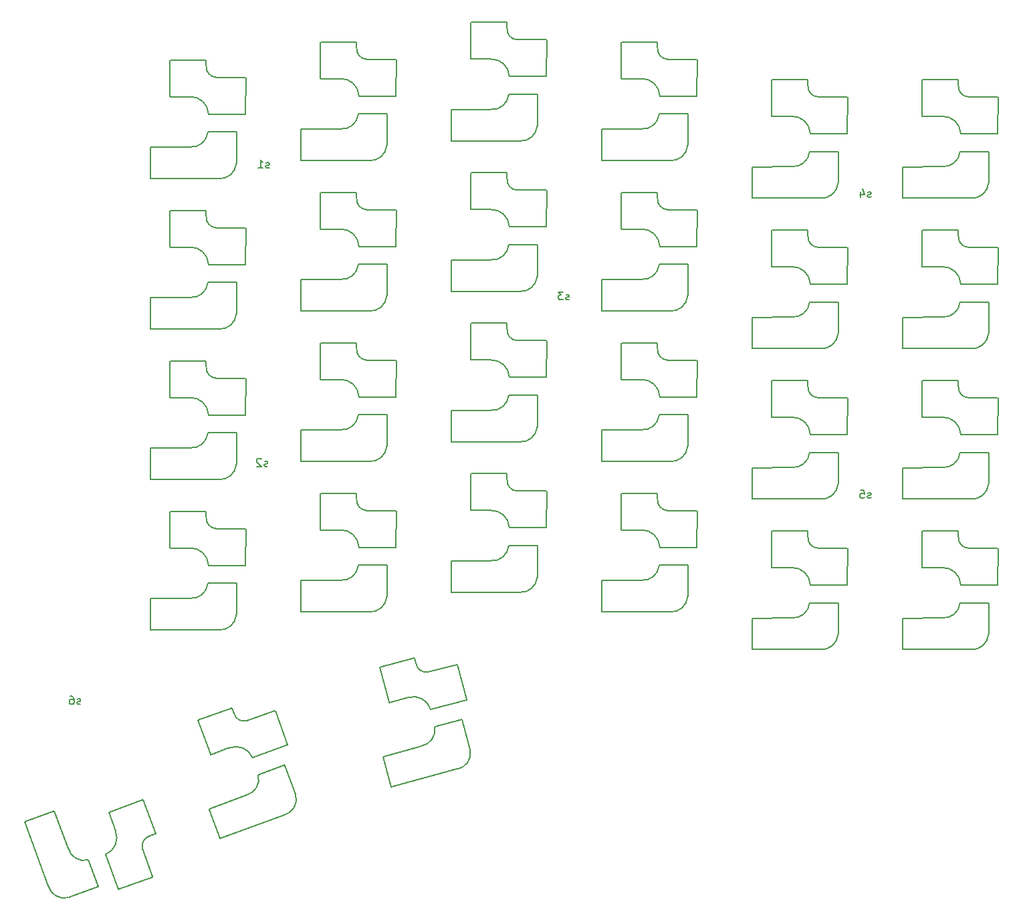
<source format=gbr>
%TF.GenerationSoftware,KiCad,Pcbnew,7.0.10*%
%TF.CreationDate,2024-03-21T20:23:52+01:00*%
%TF.ProjectId,duosync_right,64756f73-796e-4635-9f72-696768742e6b,rev?*%
%TF.SameCoordinates,Original*%
%TF.FileFunction,Legend,Bot*%
%TF.FilePolarity,Positive*%
%FSLAX46Y46*%
G04 Gerber Fmt 4.6, Leading zero omitted, Abs format (unit mm)*
G04 Created by KiCad (PCBNEW 7.0.10) date 2024-03-21 20:23:52*
%MOMM*%
%LPD*%
G01*
G04 APERTURE LIST*
%ADD10C,0.150000*%
G04 APERTURE END LIST*
D10*
X199966575Y-89807200D02*
X199871337Y-89854819D01*
X199871337Y-89854819D02*
X199680861Y-89854819D01*
X199680861Y-89854819D02*
X199585623Y-89807200D01*
X199585623Y-89807200D02*
X199538004Y-89711961D01*
X199538004Y-89711961D02*
X199538004Y-89664342D01*
X199538004Y-89664342D02*
X199585623Y-89569104D01*
X199585623Y-89569104D02*
X199680861Y-89521485D01*
X199680861Y-89521485D02*
X199823718Y-89521485D01*
X199823718Y-89521485D02*
X199918956Y-89473866D01*
X199918956Y-89473866D02*
X199966575Y-89378628D01*
X199966575Y-89378628D02*
X199966575Y-89331009D01*
X199966575Y-89331009D02*
X199918956Y-89235771D01*
X199918956Y-89235771D02*
X199823718Y-89188152D01*
X199823718Y-89188152D02*
X199680861Y-89188152D01*
X199680861Y-89188152D02*
X199585623Y-89235771D01*
X198633242Y-88854819D02*
X199109432Y-88854819D01*
X199109432Y-88854819D02*
X199157051Y-89331009D01*
X199157051Y-89331009D02*
X199109432Y-89283390D01*
X199109432Y-89283390D02*
X199014194Y-89235771D01*
X199014194Y-89235771D02*
X198776099Y-89235771D01*
X198776099Y-89235771D02*
X198680861Y-89283390D01*
X198680861Y-89283390D02*
X198633242Y-89331009D01*
X198633242Y-89331009D02*
X198585623Y-89426247D01*
X198585623Y-89426247D02*
X198585623Y-89664342D01*
X198585623Y-89664342D02*
X198633242Y-89759580D01*
X198633242Y-89759580D02*
X198680861Y-89807200D01*
X198680861Y-89807200D02*
X198776099Y-89854819D01*
X198776099Y-89854819D02*
X199014194Y-89854819D01*
X199014194Y-89854819D02*
X199109432Y-89807200D01*
X199109432Y-89807200D02*
X199157051Y-89759580D01*
X123766575Y-48007200D02*
X123671337Y-48054819D01*
X123671337Y-48054819D02*
X123480861Y-48054819D01*
X123480861Y-48054819D02*
X123385623Y-48007200D01*
X123385623Y-48007200D02*
X123338004Y-47911961D01*
X123338004Y-47911961D02*
X123338004Y-47864342D01*
X123338004Y-47864342D02*
X123385623Y-47769104D01*
X123385623Y-47769104D02*
X123480861Y-47721485D01*
X123480861Y-47721485D02*
X123623718Y-47721485D01*
X123623718Y-47721485D02*
X123718956Y-47673866D01*
X123718956Y-47673866D02*
X123766575Y-47578628D01*
X123766575Y-47578628D02*
X123766575Y-47531009D01*
X123766575Y-47531009D02*
X123718956Y-47435771D01*
X123718956Y-47435771D02*
X123623718Y-47388152D01*
X123623718Y-47388152D02*
X123480861Y-47388152D01*
X123480861Y-47388152D02*
X123385623Y-47435771D01*
X122385623Y-48054819D02*
X122957051Y-48054819D01*
X122671337Y-48054819D02*
X122671337Y-47054819D01*
X122671337Y-47054819D02*
X122766575Y-47197676D01*
X122766575Y-47197676D02*
X122861813Y-47292914D01*
X122861813Y-47292914D02*
X122957051Y-47340533D01*
X199966575Y-51707200D02*
X199871337Y-51754819D01*
X199871337Y-51754819D02*
X199680861Y-51754819D01*
X199680861Y-51754819D02*
X199585623Y-51707200D01*
X199585623Y-51707200D02*
X199538004Y-51611961D01*
X199538004Y-51611961D02*
X199538004Y-51564342D01*
X199538004Y-51564342D02*
X199585623Y-51469104D01*
X199585623Y-51469104D02*
X199680861Y-51421485D01*
X199680861Y-51421485D02*
X199823718Y-51421485D01*
X199823718Y-51421485D02*
X199918956Y-51373866D01*
X199918956Y-51373866D02*
X199966575Y-51278628D01*
X199966575Y-51278628D02*
X199966575Y-51231009D01*
X199966575Y-51231009D02*
X199918956Y-51135771D01*
X199918956Y-51135771D02*
X199823718Y-51088152D01*
X199823718Y-51088152D02*
X199680861Y-51088152D01*
X199680861Y-51088152D02*
X199585623Y-51135771D01*
X198680861Y-51088152D02*
X198680861Y-51754819D01*
X198918956Y-50707200D02*
X199157051Y-51421485D01*
X199157051Y-51421485D02*
X198538004Y-51421485D01*
X99866575Y-115907200D02*
X99771337Y-115954819D01*
X99771337Y-115954819D02*
X99580861Y-115954819D01*
X99580861Y-115954819D02*
X99485623Y-115907200D01*
X99485623Y-115907200D02*
X99438004Y-115811961D01*
X99438004Y-115811961D02*
X99438004Y-115764342D01*
X99438004Y-115764342D02*
X99485623Y-115669104D01*
X99485623Y-115669104D02*
X99580861Y-115621485D01*
X99580861Y-115621485D02*
X99723718Y-115621485D01*
X99723718Y-115621485D02*
X99818956Y-115573866D01*
X99818956Y-115573866D02*
X99866575Y-115478628D01*
X99866575Y-115478628D02*
X99866575Y-115431009D01*
X99866575Y-115431009D02*
X99818956Y-115335771D01*
X99818956Y-115335771D02*
X99723718Y-115288152D01*
X99723718Y-115288152D02*
X99580861Y-115288152D01*
X99580861Y-115288152D02*
X99485623Y-115335771D01*
X98580861Y-114954819D02*
X98771337Y-114954819D01*
X98771337Y-114954819D02*
X98866575Y-115002438D01*
X98866575Y-115002438D02*
X98914194Y-115050057D01*
X98914194Y-115050057D02*
X99009432Y-115192914D01*
X99009432Y-115192914D02*
X99057051Y-115383390D01*
X99057051Y-115383390D02*
X99057051Y-115764342D01*
X99057051Y-115764342D02*
X99009432Y-115859580D01*
X99009432Y-115859580D02*
X98961813Y-115907200D01*
X98961813Y-115907200D02*
X98866575Y-115954819D01*
X98866575Y-115954819D02*
X98676099Y-115954819D01*
X98676099Y-115954819D02*
X98580861Y-115907200D01*
X98580861Y-115907200D02*
X98533242Y-115859580D01*
X98533242Y-115859580D02*
X98485623Y-115764342D01*
X98485623Y-115764342D02*
X98485623Y-115526247D01*
X98485623Y-115526247D02*
X98533242Y-115431009D01*
X98533242Y-115431009D02*
X98580861Y-115383390D01*
X98580861Y-115383390D02*
X98676099Y-115335771D01*
X98676099Y-115335771D02*
X98866575Y-115335771D01*
X98866575Y-115335771D02*
X98961813Y-115383390D01*
X98961813Y-115383390D02*
X99009432Y-115431009D01*
X99009432Y-115431009D02*
X99057051Y-115526247D01*
X161766575Y-64707200D02*
X161671337Y-64754819D01*
X161671337Y-64754819D02*
X161480861Y-64754819D01*
X161480861Y-64754819D02*
X161385623Y-64707200D01*
X161385623Y-64707200D02*
X161338004Y-64611961D01*
X161338004Y-64611961D02*
X161338004Y-64564342D01*
X161338004Y-64564342D02*
X161385623Y-64469104D01*
X161385623Y-64469104D02*
X161480861Y-64421485D01*
X161480861Y-64421485D02*
X161623718Y-64421485D01*
X161623718Y-64421485D02*
X161718956Y-64373866D01*
X161718956Y-64373866D02*
X161766575Y-64278628D01*
X161766575Y-64278628D02*
X161766575Y-64231009D01*
X161766575Y-64231009D02*
X161718956Y-64135771D01*
X161718956Y-64135771D02*
X161623718Y-64088152D01*
X161623718Y-64088152D02*
X161480861Y-64088152D01*
X161480861Y-64088152D02*
X161385623Y-64135771D01*
X161004670Y-63754819D02*
X160385623Y-63754819D01*
X160385623Y-63754819D02*
X160718956Y-64135771D01*
X160718956Y-64135771D02*
X160576099Y-64135771D01*
X160576099Y-64135771D02*
X160480861Y-64183390D01*
X160480861Y-64183390D02*
X160433242Y-64231009D01*
X160433242Y-64231009D02*
X160385623Y-64326247D01*
X160385623Y-64326247D02*
X160385623Y-64564342D01*
X160385623Y-64564342D02*
X160433242Y-64659580D01*
X160433242Y-64659580D02*
X160480861Y-64707200D01*
X160480861Y-64707200D02*
X160576099Y-64754819D01*
X160576099Y-64754819D02*
X160861813Y-64754819D01*
X160861813Y-64754819D02*
X160957051Y-64707200D01*
X160957051Y-64707200D02*
X161004670Y-64659580D01*
X123566575Y-85807200D02*
X123471337Y-85854819D01*
X123471337Y-85854819D02*
X123280861Y-85854819D01*
X123280861Y-85854819D02*
X123185623Y-85807200D01*
X123185623Y-85807200D02*
X123138004Y-85711961D01*
X123138004Y-85711961D02*
X123138004Y-85664342D01*
X123138004Y-85664342D02*
X123185623Y-85569104D01*
X123185623Y-85569104D02*
X123280861Y-85521485D01*
X123280861Y-85521485D02*
X123423718Y-85521485D01*
X123423718Y-85521485D02*
X123518956Y-85473866D01*
X123518956Y-85473866D02*
X123566575Y-85378628D01*
X123566575Y-85378628D02*
X123566575Y-85331009D01*
X123566575Y-85331009D02*
X123518956Y-85235771D01*
X123518956Y-85235771D02*
X123423718Y-85188152D01*
X123423718Y-85188152D02*
X123280861Y-85188152D01*
X123280861Y-85188152D02*
X123185623Y-85235771D01*
X122757051Y-84950057D02*
X122709432Y-84902438D01*
X122709432Y-84902438D02*
X122614194Y-84854819D01*
X122614194Y-84854819D02*
X122376099Y-84854819D01*
X122376099Y-84854819D02*
X122280861Y-84902438D01*
X122280861Y-84902438D02*
X122233242Y-84950057D01*
X122233242Y-84950057D02*
X122185623Y-85045295D01*
X122185623Y-85045295D02*
X122185623Y-85140533D01*
X122185623Y-85140533D02*
X122233242Y-85283390D01*
X122233242Y-85283390D02*
X122804670Y-85854819D01*
X122804670Y-85854819D02*
X122185623Y-85854819D01*
%TO.C,K42*%
X158893900Y-55490100D02*
X158918900Y-50890100D01*
X157718900Y-61740100D02*
X157718900Y-57795100D01*
X157718900Y-57786100D02*
X154108900Y-57786100D01*
X155118900Y-50865100D02*
X158893900Y-50865100D01*
X154193900Y-55515100D02*
X158893900Y-55515100D01*
X153898900Y-49390100D02*
X153898900Y-48690100D01*
X149343900Y-53315100D02*
X151893900Y-53315100D01*
X149343900Y-48665100D02*
X153893900Y-48665100D01*
X149318900Y-53290100D02*
X149318900Y-48690100D01*
X146818900Y-63694100D02*
X155443900Y-63694100D01*
X146818900Y-59786100D02*
X146818900Y-63694100D01*
X146818900Y-59740100D02*
X151868900Y-59694100D01*
X155443900Y-63694099D02*
G75*
G03*
X157707899Y-61810100I190000J2073999D01*
G01*
X153898900Y-49440100D02*
G75*
G03*
X155118900Y-50860100I1320000J-100000D01*
G01*
X151843900Y-59690099D02*
G75*
G03*
X154103899Y-57810100I190000J2069999D01*
G01*
X154188899Y-55490100D02*
G75*
G03*
X151818900Y-53320101I-2269999J-100000D01*
G01*
%TO.C,K54*%
X139844100Y-96066100D02*
X139869100Y-91466100D01*
X138669100Y-102316100D02*
X138669100Y-98371100D01*
X138669100Y-98362100D02*
X135059100Y-98362100D01*
X136069100Y-91441100D02*
X139844100Y-91441100D01*
X135144100Y-96091100D02*
X139844100Y-96091100D01*
X134849100Y-89966100D02*
X134849100Y-89266100D01*
X130294100Y-93891100D02*
X132844100Y-93891100D01*
X130294100Y-89241100D02*
X134844100Y-89241100D01*
X130269100Y-93866100D02*
X130269100Y-89266100D01*
X127769100Y-104270100D02*
X136394100Y-104270100D01*
X127769100Y-100362100D02*
X127769100Y-104270100D01*
X127769100Y-100316100D02*
X132819100Y-100270100D01*
X136394100Y-104270099D02*
G75*
G03*
X138658099Y-102386100I190000J2073999D01*
G01*
X134849100Y-90016100D02*
G75*
G03*
X136069100Y-91436100I1320000J-100000D01*
G01*
X132794100Y-100266099D02*
G75*
G03*
X135054099Y-98386100I190000J2069999D01*
G01*
X135139099Y-96066100D02*
G75*
G03*
X132769100Y-93896101I-2269999J-100000D01*
G01*
%TO.C,K41*%
X158893900Y-36440100D02*
X158918900Y-31840100D01*
X157718900Y-42690100D02*
X157718900Y-38745100D01*
X157718900Y-38736100D02*
X154108900Y-38736100D01*
X155118900Y-31815100D02*
X158893900Y-31815100D01*
X154193900Y-36465100D02*
X158893900Y-36465100D01*
X153898900Y-30340100D02*
X153898900Y-29640100D01*
X149343900Y-34265100D02*
X151893900Y-34265100D01*
X149343900Y-29615100D02*
X153893900Y-29615100D01*
X149318900Y-34240100D02*
X149318900Y-29640100D01*
X146818900Y-44644100D02*
X155443900Y-44644100D01*
X146818900Y-40736100D02*
X146818900Y-44644100D01*
X146818900Y-40690100D02*
X151868900Y-40644100D01*
X155443900Y-44644099D02*
G75*
G03*
X157707899Y-42760100I190000J2073999D01*
G01*
X153898900Y-30390100D02*
G75*
G03*
X155118900Y-31810100I1320000J-100000D01*
G01*
X151843900Y-40640099D02*
G75*
G03*
X154103899Y-38760100I190000J2069999D01*
G01*
X154188899Y-36440100D02*
G75*
G03*
X151818900Y-34270101I-2269999J-100000D01*
G01*
%TO.C,K34*%
X177943900Y-96066100D02*
X177968900Y-91466100D01*
X176768900Y-102316100D02*
X176768900Y-98371100D01*
X176768900Y-98362100D02*
X173158900Y-98362100D01*
X174168900Y-91441100D02*
X177943900Y-91441100D01*
X173243900Y-96091100D02*
X177943900Y-96091100D01*
X172948900Y-89966100D02*
X172948900Y-89266100D01*
X168393900Y-93891100D02*
X170943900Y-93891100D01*
X168393900Y-89241100D02*
X172943900Y-89241100D01*
X168368900Y-93866100D02*
X168368900Y-89266100D01*
X165868900Y-104270100D02*
X174493900Y-104270100D01*
X165868900Y-100362100D02*
X165868900Y-104270100D01*
X165868900Y-100316100D02*
X170918900Y-100270100D01*
X174493900Y-104270099D02*
G75*
G03*
X176757899Y-102386100I190000J2073999D01*
G01*
X172948900Y-90016100D02*
G75*
G03*
X174168900Y-91436100I1320000J-100000D01*
G01*
X170893900Y-100266099D02*
G75*
G03*
X173153899Y-98386100I190000J2069999D01*
G01*
X173238899Y-96066100D02*
G75*
G03*
X170868900Y-93896101I-2269999J-100000D01*
G01*
%TO.C,K14*%
X216043900Y-100829100D02*
X216068900Y-96229100D01*
X214868900Y-107079100D02*
X214868900Y-103134100D01*
X214868900Y-103125100D02*
X211258900Y-103125100D01*
X212268900Y-96204100D02*
X216043900Y-96204100D01*
X211343900Y-100854100D02*
X216043900Y-100854100D01*
X211048900Y-94729100D02*
X211048900Y-94029100D01*
X206493900Y-98654100D02*
X209043900Y-98654100D01*
X206493900Y-94004100D02*
X211043900Y-94004100D01*
X206468900Y-98629100D02*
X206468900Y-94029100D01*
X203968900Y-109033100D02*
X212593900Y-109033100D01*
X203968900Y-105125100D02*
X203968900Y-109033100D01*
X203968900Y-105079100D02*
X209018900Y-105033100D01*
X212593900Y-109033099D02*
G75*
G03*
X214857899Y-107149100I190000J2073999D01*
G01*
X211048900Y-94779100D02*
G75*
G03*
X212268900Y-96199100I1320000J-100000D01*
G01*
X208993900Y-105029099D02*
G75*
G03*
X211253899Y-103149100I190000J2069999D01*
G01*
X211338899Y-100829100D02*
G75*
G03*
X208968900Y-98659101I-2269999J-100000D01*
G01*
%TO.C,K51*%
X139844100Y-38916100D02*
X139869100Y-34316100D01*
X138669100Y-45166100D02*
X138669100Y-41221100D01*
X138669100Y-41212100D02*
X135059100Y-41212100D01*
X136069100Y-34291100D02*
X139844100Y-34291100D01*
X135144100Y-38941100D02*
X139844100Y-38941100D01*
X134849100Y-32816100D02*
X134849100Y-32116100D01*
X130294100Y-36741100D02*
X132844100Y-36741100D01*
X130294100Y-32091100D02*
X134844100Y-32091100D01*
X130269100Y-36716100D02*
X130269100Y-32116100D01*
X127769100Y-47120100D02*
X136394100Y-47120100D01*
X127769100Y-43212100D02*
X127769100Y-47120100D01*
X127769100Y-43166100D02*
X132819100Y-43120100D01*
X136394100Y-47120099D02*
G75*
G03*
X138658099Y-45236100I190000J2073999D01*
G01*
X134849100Y-32866100D02*
G75*
G03*
X136069100Y-34286100I1320000J-100000D01*
G01*
X132794100Y-43116099D02*
G75*
G03*
X135054099Y-41236100I190000J2069999D01*
G01*
X135139099Y-38916100D02*
G75*
G03*
X132769100Y-36746101I-2269999J-100000D01*
G01*
%TO.C,K24*%
X196993900Y-100829100D02*
X197018900Y-96229100D01*
X195818900Y-107079100D02*
X195818900Y-103134100D01*
X195818900Y-103125100D02*
X192208900Y-103125100D01*
X193218900Y-96204100D02*
X196993900Y-96204100D01*
X192293900Y-100854100D02*
X196993900Y-100854100D01*
X191998900Y-94729100D02*
X191998900Y-94029100D01*
X187443900Y-98654100D02*
X189993900Y-98654100D01*
X187443900Y-94004100D02*
X191993900Y-94004100D01*
X187418900Y-98629100D02*
X187418900Y-94029100D01*
X184918900Y-109033100D02*
X193543900Y-109033100D01*
X184918900Y-105125100D02*
X184918900Y-109033100D01*
X184918900Y-105079100D02*
X189968900Y-105033100D01*
X193543900Y-109033099D02*
G75*
G03*
X195807899Y-107149100I190000J2073999D01*
G01*
X191998900Y-94779100D02*
G75*
G03*
X193218900Y-96199100I1320000J-100000D01*
G01*
X189943900Y-105029099D02*
G75*
G03*
X192203899Y-103149100I190000J2069999D01*
G01*
X192288899Y-100829100D02*
G75*
G03*
X189918900Y-98659101I-2269999J-100000D01*
G01*
%TO.C,K44*%
X158893900Y-93590100D02*
X158918900Y-88990100D01*
X157718900Y-99840100D02*
X157718900Y-95895100D01*
X157718900Y-95886100D02*
X154108900Y-95886100D01*
X155118900Y-88965100D02*
X158893900Y-88965100D01*
X154193900Y-93615100D02*
X158893900Y-93615100D01*
X153898900Y-87490100D02*
X153898900Y-86790100D01*
X149343900Y-91415100D02*
X151893900Y-91415100D01*
X149343900Y-86765100D02*
X153893900Y-86765100D01*
X149318900Y-91390100D02*
X149318900Y-86790100D01*
X146818900Y-101794100D02*
X155443900Y-101794100D01*
X146818900Y-97886100D02*
X146818900Y-101794100D01*
X146818900Y-97840100D02*
X151868900Y-97794100D01*
X155443900Y-101794099D02*
G75*
G03*
X157707899Y-99910100I190000J2073999D01*
G01*
X153898900Y-87540100D02*
G75*
G03*
X155118900Y-88960100I1320000J-100000D01*
G01*
X151843900Y-97790099D02*
G75*
G03*
X154103899Y-95910100I190000J2069999D01*
G01*
X154188899Y-93590100D02*
G75*
G03*
X151818900Y-91420101I-2269999J-100000D01*
G01*
%TO.C,K52*%
X139844100Y-57966100D02*
X139869100Y-53366100D01*
X138669100Y-64216100D02*
X138669100Y-60271100D01*
X138669100Y-60262100D02*
X135059100Y-60262100D01*
X136069100Y-53341100D02*
X139844100Y-53341100D01*
X135144100Y-57991100D02*
X139844100Y-57991100D01*
X134849100Y-51866100D02*
X134849100Y-51166100D01*
X130294100Y-55791100D02*
X132844100Y-55791100D01*
X130294100Y-51141100D02*
X134844100Y-51141100D01*
X130269100Y-55766100D02*
X130269100Y-51166100D01*
X127769100Y-66170100D02*
X136394100Y-66170100D01*
X127769100Y-62262100D02*
X127769100Y-66170100D01*
X127769100Y-62216100D02*
X132819100Y-62170100D01*
X136394100Y-66170099D02*
G75*
G03*
X138658099Y-64286100I190000J2073999D01*
G01*
X134849100Y-51916100D02*
G75*
G03*
X136069100Y-53336100I1320000J-100000D01*
G01*
X132794100Y-62166099D02*
G75*
G03*
X135054099Y-60286100I190000J2069999D01*
G01*
X135139099Y-57966100D02*
G75*
G03*
X132769100Y-55796101I-2269999J-100000D01*
G01*
%TO.C,K21*%
X196993900Y-43679100D02*
X197018900Y-39079100D01*
X195818900Y-49929100D02*
X195818900Y-45984100D01*
X195818900Y-45975100D02*
X192208900Y-45975100D01*
X193218900Y-39054100D02*
X196993900Y-39054100D01*
X192293900Y-43704100D02*
X196993900Y-43704100D01*
X191998900Y-37579100D02*
X191998900Y-36879100D01*
X187443900Y-41504100D02*
X189993900Y-41504100D01*
X187443900Y-36854100D02*
X191993900Y-36854100D01*
X187418900Y-41479100D02*
X187418900Y-36879100D01*
X184918900Y-51883100D02*
X193543900Y-51883100D01*
X184918900Y-47975100D02*
X184918900Y-51883100D01*
X184918900Y-47929100D02*
X189968900Y-47883100D01*
X193543900Y-51883099D02*
G75*
G03*
X195807899Y-49999100I190000J2073999D01*
G01*
X191998900Y-37629100D02*
G75*
G03*
X193218900Y-39049100I1320000J-100000D01*
G01*
X189943900Y-47879099D02*
G75*
G03*
X192203899Y-45999100I190000J2069999D01*
G01*
X192288899Y-43679100D02*
G75*
G03*
X189918900Y-41509101I-2269999J-100000D01*
G01*
%TO.C,K61*%
X120793900Y-41202100D02*
X120818900Y-36602100D01*
X119618900Y-47452100D02*
X119618900Y-43507100D01*
X119618900Y-43498100D02*
X116008900Y-43498100D01*
X117018900Y-36577100D02*
X120793900Y-36577100D01*
X116093900Y-41227100D02*
X120793900Y-41227100D01*
X115798900Y-35102100D02*
X115798900Y-34402100D01*
X111243900Y-39027100D02*
X113793900Y-39027100D01*
X111243900Y-34377100D02*
X115793900Y-34377100D01*
X111218900Y-39002100D02*
X111218900Y-34402100D01*
X108718900Y-49406100D02*
X117343900Y-49406100D01*
X108718900Y-45498100D02*
X108718900Y-49406100D01*
X108718900Y-45452100D02*
X113768900Y-45406100D01*
X117343900Y-49406099D02*
G75*
G03*
X119607899Y-47522100I190000J2073999D01*
G01*
X115798900Y-35152100D02*
G75*
G03*
X117018900Y-36572100I1320000J-100000D01*
G01*
X113743900Y-45402099D02*
G75*
G03*
X116003899Y-43522100I190000J2069999D01*
G01*
X116088899Y-41202100D02*
G75*
G03*
X113718900Y-39032101I-2269999J-100000D01*
G01*
%TO.C,K11*%
X216043900Y-43679100D02*
X216068900Y-39079100D01*
X214868900Y-49929100D02*
X214868900Y-45984100D01*
X214868900Y-45975100D02*
X211258900Y-45975100D01*
X212268900Y-39054100D02*
X216043900Y-39054100D01*
X211343900Y-43704100D02*
X216043900Y-43704100D01*
X211048900Y-37579100D02*
X211048900Y-36879100D01*
X206493900Y-41504100D02*
X209043900Y-41504100D01*
X206493900Y-36854100D02*
X211043900Y-36854100D01*
X206468900Y-41479100D02*
X206468900Y-36879100D01*
X203968900Y-51883100D02*
X212593900Y-51883100D01*
X203968900Y-47975100D02*
X203968900Y-51883100D01*
X203968900Y-47929100D02*
X209018900Y-47883100D01*
X212593900Y-51883099D02*
G75*
G03*
X214857899Y-49999100I190000J2073999D01*
G01*
X211048900Y-37629100D02*
G75*
G03*
X212268900Y-39049100I1320000J-100000D01*
G01*
X208993900Y-47879099D02*
G75*
G03*
X211253899Y-45999100I190000J2069999D01*
G01*
X211338899Y-43679100D02*
G75*
G03*
X208968900Y-41509101I-2269999J-100000D01*
G01*
%TO.C,K13*%
X216043900Y-81779100D02*
X216068900Y-77179100D01*
X214868900Y-88029100D02*
X214868900Y-84084100D01*
X214868900Y-84075100D02*
X211258900Y-84075100D01*
X212268900Y-77154100D02*
X216043900Y-77154100D01*
X211343900Y-81804100D02*
X216043900Y-81804100D01*
X211048900Y-75679100D02*
X211048900Y-74979100D01*
X206493900Y-79604100D02*
X209043900Y-79604100D01*
X206493900Y-74954100D02*
X211043900Y-74954100D01*
X206468900Y-79579100D02*
X206468900Y-74979100D01*
X203968900Y-89983100D02*
X212593900Y-89983100D01*
X203968900Y-86075100D02*
X203968900Y-89983100D01*
X203968900Y-86029100D02*
X209018900Y-85983100D01*
X212593900Y-89983099D02*
G75*
G03*
X214857899Y-88099100I190000J2073999D01*
G01*
X211048900Y-75729100D02*
G75*
G03*
X212268900Y-77149100I1320000J-100000D01*
G01*
X208993900Y-85979099D02*
G75*
G03*
X211253899Y-84099100I190000J2069999D01*
G01*
X211338899Y-81779100D02*
G75*
G03*
X208968900Y-79609101I-2269999J-100000D01*
G01*
%TO.C,K33*%
X177943900Y-77016100D02*
X177968900Y-72416100D01*
X176768900Y-83266100D02*
X176768900Y-79321100D01*
X176768900Y-79312100D02*
X173158900Y-79312100D01*
X174168900Y-72391100D02*
X177943900Y-72391100D01*
X173243900Y-77041100D02*
X177943900Y-77041100D01*
X172948900Y-70916100D02*
X172948900Y-70216100D01*
X168393900Y-74841100D02*
X170943900Y-74841100D01*
X168393900Y-70191100D02*
X172943900Y-70191100D01*
X168368900Y-74816100D02*
X168368900Y-70216100D01*
X165868900Y-85220100D02*
X174493900Y-85220100D01*
X165868900Y-81312100D02*
X165868900Y-85220100D01*
X165868900Y-81266100D02*
X170918900Y-81220100D01*
X174493900Y-85220099D02*
G75*
G03*
X176757899Y-83336100I190000J2073999D01*
G01*
X172948900Y-70966100D02*
G75*
G03*
X174168900Y-72386100I1320000J-100000D01*
G01*
X170893900Y-81216099D02*
G75*
G03*
X173153899Y-79336100I190000J2069999D01*
G01*
X173238899Y-77016100D02*
G75*
G03*
X170868900Y-74846101I-2269999J-100000D01*
G01*
%TO.C,K32*%
X177943900Y-57966100D02*
X177968900Y-53366100D01*
X176768900Y-64216100D02*
X176768900Y-60271100D01*
X176768900Y-60262100D02*
X173158900Y-60262100D01*
X174168900Y-53341100D02*
X177943900Y-53341100D01*
X173243900Y-57991100D02*
X177943900Y-57991100D01*
X172948900Y-51866100D02*
X172948900Y-51166100D01*
X168393900Y-55791100D02*
X170943900Y-55791100D01*
X168393900Y-51141100D02*
X172943900Y-51141100D01*
X168368900Y-55766100D02*
X168368900Y-51166100D01*
X165868900Y-66170100D02*
X174493900Y-66170100D01*
X165868900Y-62262100D02*
X165868900Y-66170100D01*
X165868900Y-62216100D02*
X170918900Y-62170100D01*
X174493900Y-66170099D02*
G75*
G03*
X176757899Y-64286100I190000J2073999D01*
G01*
X172948900Y-51916100D02*
G75*
G03*
X174168900Y-53336100I1320000J-100000D01*
G01*
X170893900Y-62166099D02*
G75*
G03*
X173153899Y-60286100I190000J2069999D01*
G01*
X173238899Y-57966100D02*
G75*
G03*
X170868900Y-55796101I-2269999J-100000D01*
G01*
%TO.C,K43*%
X158893900Y-74540100D02*
X158918900Y-69940100D01*
X157718900Y-80790100D02*
X157718900Y-76845100D01*
X157718900Y-76836100D02*
X154108900Y-76836100D01*
X155118900Y-69915100D02*
X158893900Y-69915100D01*
X154193900Y-74565100D02*
X158893900Y-74565100D01*
X153898900Y-68440100D02*
X153898900Y-67740100D01*
X149343900Y-72365100D02*
X151893900Y-72365100D01*
X149343900Y-67715100D02*
X153893900Y-67715100D01*
X149318900Y-72340100D02*
X149318900Y-67740100D01*
X146818900Y-82744100D02*
X155443900Y-82744100D01*
X146818900Y-78836100D02*
X146818900Y-82744100D01*
X146818900Y-78790100D02*
X151868900Y-78744100D01*
X155443900Y-82744099D02*
G75*
G03*
X157707899Y-80860100I190000J2073999D01*
G01*
X153898900Y-68490100D02*
G75*
G03*
X155118900Y-69910100I1320000J-100000D01*
G01*
X151843900Y-78740099D02*
G75*
G03*
X154103899Y-76860100I190000J2069999D01*
G01*
X154188899Y-74540100D02*
G75*
G03*
X151818900Y-72370101I-2269999J-100000D01*
G01*
%TO.C,K23*%
X196993900Y-81779100D02*
X197018900Y-77179100D01*
X195818900Y-88029100D02*
X195818900Y-84084100D01*
X195818900Y-84075100D02*
X192208900Y-84075100D01*
X193218900Y-77154100D02*
X196993900Y-77154100D01*
X192293900Y-81804100D02*
X196993900Y-81804100D01*
X191998900Y-75679100D02*
X191998900Y-74979100D01*
X187443900Y-79604100D02*
X189993900Y-79604100D01*
X187443900Y-74954100D02*
X191993900Y-74954100D01*
X187418900Y-79579100D02*
X187418900Y-74979100D01*
X184918900Y-89983100D02*
X193543900Y-89983100D01*
X184918900Y-86075100D02*
X184918900Y-89983100D01*
X184918900Y-86029100D02*
X189968900Y-85983100D01*
X193543900Y-89983099D02*
G75*
G03*
X195807899Y-88099100I190000J2073999D01*
G01*
X191998900Y-75729100D02*
G75*
G03*
X193218900Y-77149100I1320000J-100000D01*
G01*
X189943900Y-85979099D02*
G75*
G03*
X192203899Y-84099100I190000J2069999D01*
G01*
X192288899Y-81779100D02*
G75*
G03*
X189918900Y-79609101I-2269999J-100000D01*
G01*
%TO.C,K22*%
X196993900Y-62729100D02*
X197018900Y-58129100D01*
X195818900Y-68979100D02*
X195818900Y-65034100D01*
X195818900Y-65025100D02*
X192208900Y-65025100D01*
X193218900Y-58104100D02*
X196993900Y-58104100D01*
X192293900Y-62754100D02*
X196993900Y-62754100D01*
X191998900Y-56629100D02*
X191998900Y-55929100D01*
X187443900Y-60554100D02*
X189993900Y-60554100D01*
X187443900Y-55904100D02*
X191993900Y-55904100D01*
X187418900Y-60529100D02*
X187418900Y-55929100D01*
X184918900Y-70933100D02*
X193543900Y-70933100D01*
X184918900Y-67025100D02*
X184918900Y-70933100D01*
X184918900Y-66979100D02*
X189968900Y-66933100D01*
X193543900Y-70933099D02*
G75*
G03*
X195807899Y-69049100I190000J2073999D01*
G01*
X191998900Y-56679100D02*
G75*
G03*
X193218900Y-58099100I1320000J-100000D01*
G01*
X189943900Y-66929099D02*
G75*
G03*
X192203899Y-65049100I190000J2069999D01*
G01*
X192288899Y-62729100D02*
G75*
G03*
X189918900Y-60559101I-2269999J-100000D01*
G01*
%TO.C,K53*%
X139844100Y-77016100D02*
X139869100Y-72416100D01*
X138669100Y-83266100D02*
X138669100Y-79321100D01*
X138669100Y-79312100D02*
X135059100Y-79312100D01*
X136069100Y-72391100D02*
X139844100Y-72391100D01*
X135144100Y-77041100D02*
X139844100Y-77041100D01*
X134849100Y-70916100D02*
X134849100Y-70216100D01*
X130294100Y-74841100D02*
X132844100Y-74841100D01*
X130294100Y-70191100D02*
X134844100Y-70191100D01*
X130269100Y-74816100D02*
X130269100Y-70216100D01*
X127769100Y-85220100D02*
X136394100Y-85220100D01*
X127769100Y-81312100D02*
X127769100Y-85220100D01*
X127769100Y-81266100D02*
X132819100Y-81220100D01*
X136394100Y-85220099D02*
G75*
G03*
X138658099Y-83336100I190000J2073999D01*
G01*
X134849100Y-70966100D02*
G75*
G03*
X136069100Y-72386100I1320000J-100000D01*
G01*
X132794100Y-81216099D02*
G75*
G03*
X135054099Y-79336100I190000J2069999D01*
G01*
X135139099Y-77016100D02*
G75*
G03*
X132769100Y-74846101I-2269999J-100000D01*
G01*
%TO.C,K31*%
X177943900Y-38916100D02*
X177968900Y-34316100D01*
X176768900Y-45166100D02*
X176768900Y-41221100D01*
X176768900Y-41212100D02*
X173158900Y-41212100D01*
X174168900Y-34291100D02*
X177943900Y-34291100D01*
X173243900Y-38941100D02*
X177943900Y-38941100D01*
X172948900Y-32816100D02*
X172948900Y-32116100D01*
X168393900Y-36741100D02*
X170943900Y-36741100D01*
X168393900Y-32091100D02*
X172943900Y-32091100D01*
X168368900Y-36716100D02*
X168368900Y-32116100D01*
X165868900Y-47120100D02*
X174493900Y-47120100D01*
X165868900Y-43212100D02*
X165868900Y-47120100D01*
X165868900Y-43166100D02*
X170918900Y-43120100D01*
X174493900Y-47120099D02*
G75*
G03*
X176757899Y-45236100I190000J2073999D01*
G01*
X172948900Y-32866100D02*
G75*
G03*
X174168900Y-34286100I1320000J-100000D01*
G01*
X170893900Y-43116099D02*
G75*
G03*
X173153899Y-41236100I190000J2069999D01*
G01*
X173238899Y-38916100D02*
G75*
G03*
X170868900Y-36746101I-2269999J-100000D01*
G01*
%TO.C,K12*%
X216043900Y-62729100D02*
X216068900Y-58129100D01*
X214868900Y-68979100D02*
X214868900Y-65034100D01*
X214868900Y-65025100D02*
X211258900Y-65025100D01*
X212268900Y-58104100D02*
X216043900Y-58104100D01*
X211343900Y-62754100D02*
X216043900Y-62754100D01*
X211048900Y-56629100D02*
X211048900Y-55929100D01*
X206493900Y-60554100D02*
X209043900Y-60554100D01*
X206493900Y-55904100D02*
X211043900Y-55904100D01*
X206468900Y-60529100D02*
X206468900Y-55929100D01*
X203968900Y-70933100D02*
X212593900Y-70933100D01*
X203968900Y-67025100D02*
X203968900Y-70933100D01*
X203968900Y-66979100D02*
X209018900Y-66933100D01*
X212593900Y-70933099D02*
G75*
G03*
X214857899Y-69049100I190000J2073999D01*
G01*
X211048900Y-56679100D02*
G75*
G03*
X212268900Y-58099100I1320000J-100000D01*
G01*
X208993900Y-66929099D02*
G75*
G03*
X211253899Y-65049100I190000J2069999D01*
G01*
X211338899Y-62729100D02*
G75*
G03*
X208968900Y-60559101I-2269999J-100000D01*
G01*
%TO.C,K64*%
X120793900Y-98352100D02*
X120818900Y-93752100D01*
X119618900Y-104602100D02*
X119618900Y-100657100D01*
X119618900Y-100648100D02*
X116008900Y-100648100D01*
X117018900Y-93727100D02*
X120793900Y-93727100D01*
X116093900Y-98377100D02*
X120793900Y-98377100D01*
X115798900Y-92252100D02*
X115798900Y-91552100D01*
X111243900Y-96177100D02*
X113793900Y-96177100D01*
X111243900Y-91527100D02*
X115793900Y-91527100D01*
X111218900Y-96152100D02*
X111218900Y-91552100D01*
X108718900Y-106556100D02*
X117343900Y-106556100D01*
X108718900Y-102648100D02*
X108718900Y-106556100D01*
X108718900Y-102602100D02*
X113768900Y-102556100D01*
X117343900Y-106556099D02*
G75*
G03*
X119607899Y-104672100I190000J2073999D01*
G01*
X115798900Y-92302100D02*
G75*
G03*
X117018900Y-93722100I1320000J-100000D01*
G01*
X113743900Y-102552099D02*
G75*
G03*
X116003899Y-100672100I190000J2069999D01*
G01*
X116088899Y-98352100D02*
G75*
G03*
X113718900Y-96182101I-2269999J-100000D01*
G01*
%TO.C,K63*%
X120793900Y-79302100D02*
X120818900Y-74702100D01*
X119618900Y-85552100D02*
X119618900Y-81607100D01*
X119618900Y-81598100D02*
X116008900Y-81598100D01*
X117018900Y-74677100D02*
X120793900Y-74677100D01*
X116093900Y-79327100D02*
X120793900Y-79327100D01*
X115798900Y-73202100D02*
X115798900Y-72502100D01*
X111243900Y-77127100D02*
X113793900Y-77127100D01*
X111243900Y-72477100D02*
X115793900Y-72477100D01*
X111218900Y-77102100D02*
X111218900Y-72502100D01*
X108718900Y-87506100D02*
X117343900Y-87506100D01*
X108718900Y-83598100D02*
X108718900Y-87506100D01*
X108718900Y-83552100D02*
X113768900Y-83506100D01*
X117343900Y-87506099D02*
G75*
G03*
X119607899Y-85622100I190000J2073999D01*
G01*
X115798900Y-73252100D02*
G75*
G03*
X117018900Y-74672100I1320000J-100000D01*
G01*
X113743900Y-83502099D02*
G75*
G03*
X116003899Y-81622100I190000J2069999D01*
G01*
X116088899Y-79302100D02*
G75*
G03*
X113718900Y-77132101I-2269999J-100000D01*
G01*
%TO.C,K62*%
X120793900Y-60252100D02*
X120818900Y-55652100D01*
X119618900Y-66502100D02*
X119618900Y-62557100D01*
X119618900Y-62548100D02*
X116008900Y-62548100D01*
X117018900Y-55627100D02*
X120793900Y-55627100D01*
X116093900Y-60277100D02*
X120793900Y-60277100D01*
X115798900Y-54152100D02*
X115798900Y-53452100D01*
X111243900Y-58077100D02*
X113793900Y-58077100D01*
X111243900Y-53427100D02*
X115793900Y-53427100D01*
X111218900Y-58052100D02*
X111218900Y-53452100D01*
X108718900Y-68456100D02*
X117343900Y-68456100D01*
X108718900Y-64548100D02*
X108718900Y-68456100D01*
X108718900Y-64502100D02*
X113768900Y-64456100D01*
X117343900Y-68456099D02*
G75*
G03*
X119607899Y-66572100I190000J2073999D01*
G01*
X115798900Y-54202100D02*
G75*
G03*
X117018900Y-55622100I1320000J-100000D01*
G01*
X113743900Y-64452099D02*
G75*
G03*
X116003899Y-62572100I190000J2069999D01*
G01*
X116088899Y-60252100D02*
G75*
G03*
X113718900Y-58082101I-2269999J-100000D01*
G01*
%TO.C,K65*%
X92846835Y-130852680D02*
X95796758Y-138957529D01*
X98411014Y-140427023D02*
X102118101Y-139077753D01*
X96519153Y-129516066D02*
X92846835Y-130852680D01*
X96562379Y-129500333D02*
X98332807Y-134230048D01*
X102126558Y-139074675D02*
X100891866Y-135682385D01*
X103054979Y-134985531D02*
X104662474Y-139402086D01*
X104685966Y-139393536D02*
X109017102Y-137843734D01*
X103463505Y-129675577D02*
X104335657Y-132071793D01*
X103478446Y-129643535D02*
X107801033Y-128070242D01*
X107740919Y-134264353D02*
X109032045Y-137811692D01*
X108709701Y-132613448D02*
X109367485Y-132374034D01*
X107833076Y-128085184D02*
X109389268Y-132360785D01*
X95796759Y-138957529D02*
G75*
G03*
X98341473Y-140440627I2013906J530808D01*
G01*
X98328015Y-134205187D02*
G75*
G03*
X100867602Y-135685894I2010146J529438D01*
G01*
X103076761Y-134972283D02*
G75*
G03*
X104305307Y-132003027I-870355J2098901D01*
G01*
X108662716Y-132630549D02*
G75*
G03*
X107745617Y-134262643I357497J-1274596D01*
G01*
%TO.C,K55*%
X116192933Y-129246721D02*
X120922648Y-127476293D01*
X116208666Y-129289947D02*
X117545280Y-132962265D01*
X117545280Y-132962265D02*
X125650129Y-130012342D01*
X116336134Y-122330653D02*
X114762842Y-118008067D01*
X114777784Y-117976024D02*
X119053385Y-116419832D01*
X116368177Y-122345595D02*
X118764393Y-121473443D01*
X119306048Y-117099399D02*
X119066634Y-116441615D01*
X121678131Y-122754121D02*
X126094686Y-121146626D01*
X120956953Y-118068181D02*
X124504292Y-116777055D01*
X125767275Y-123682542D02*
X122374985Y-124917234D01*
X127119623Y-127398086D02*
X125770353Y-123690999D01*
X126086136Y-121123134D02*
X124536335Y-116791997D01*
X121664883Y-122732339D02*
G75*
G03*
X118695627Y-121503793I-2098901J-870355D01*
G01*
X120897787Y-127481084D02*
G75*
G03*
X122378494Y-124941497I-529440J2010147D01*
G01*
X119323149Y-117146384D02*
G75*
G03*
X120955243Y-118063483I1274596J357497D01*
G01*
X125650129Y-130012341D02*
G75*
G03*
X127133227Y-127467627I-530808J2013906D01*
G01*
%TO.C,K45*%
X138195090Y-122607320D02*
X143061110Y-121255851D01*
X138206996Y-122651753D02*
X139218461Y-126426591D01*
X139218461Y-126426591D02*
X147549571Y-124194276D01*
X138940522Y-115730051D02*
X137749954Y-111286792D01*
X137767632Y-111256173D02*
X142162595Y-110078547D01*
X138971141Y-115747728D02*
X141434252Y-115087740D01*
X142355068Y-110777549D02*
X142173895Y-110101401D01*
X144225283Y-116617493D02*
X148765134Y-115401043D01*
X143915256Y-111886530D02*
X147561626Y-110909488D01*
X148217949Y-117898773D02*
X144730957Y-118833110D01*
X149241320Y-121718044D02*
X148220279Y-117907467D01*
X148758664Y-115376895D02*
X147592244Y-110927166D01*
X144213982Y-116594639D02*
G75*
G03*
X141363101Y-115111982I-2166769J-684112D01*
G01*
X143035927Y-121258457D02*
G75*
G03*
X144732338Y-118857586I-352230J2048641D01*
G01*
X142368009Y-110825845D02*
G75*
G03*
X143913962Y-111881700I1300904J245048D01*
G01*
X147549571Y-124194277D02*
G75*
G03*
X149248812Y-121788506I-353265J2052506D01*
G01*
%TD*%
M02*

</source>
